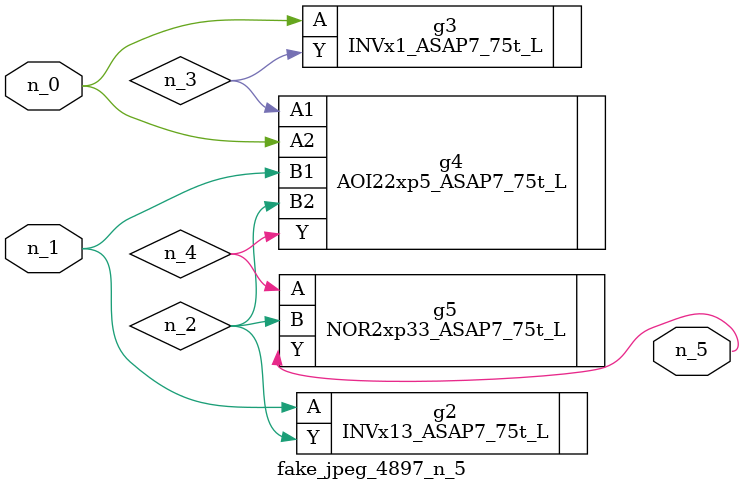
<source format=v>
module fake_jpeg_4897_n_5 (n_0, n_1, n_5);

input n_0;
input n_1;

output n_5;

wire n_2;
wire n_3;
wire n_4;

INVx13_ASAP7_75t_L g2 ( 
.A(n_1),
.Y(n_2)
);

INVx1_ASAP7_75t_L g3 ( 
.A(n_0),
.Y(n_3)
);

AOI22xp5_ASAP7_75t_L g4 ( 
.A1(n_3),
.A2(n_0),
.B1(n_1),
.B2(n_2),
.Y(n_4)
);

NOR2xp33_ASAP7_75t_L g5 ( 
.A(n_4),
.B(n_2),
.Y(n_5)
);


endmodule
</source>
